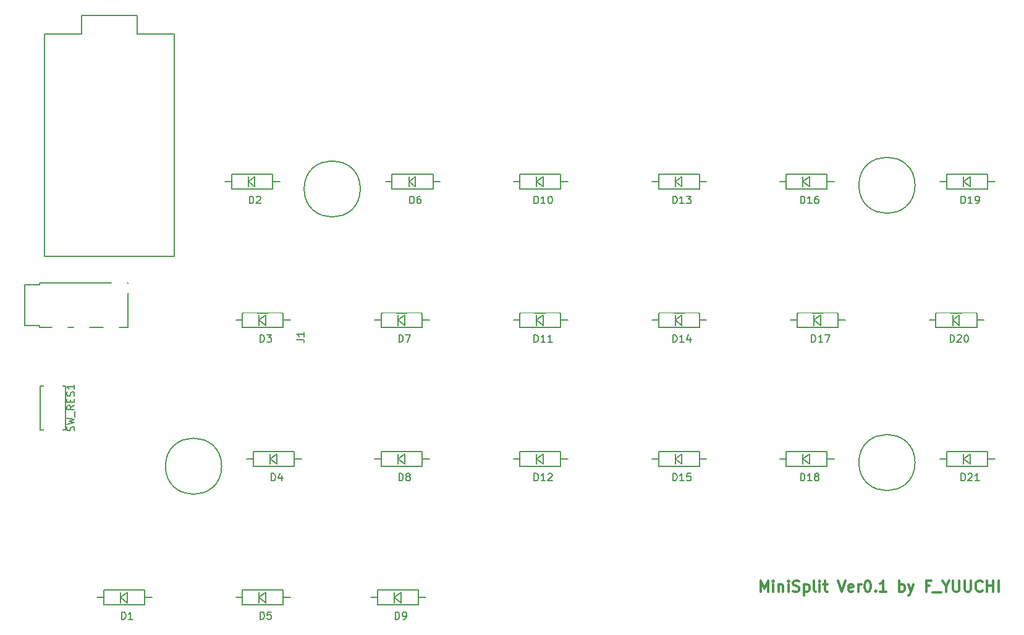
<source format=gto>
G04 #@! TF.FileFunction,Legend,Top*
%FSLAX46Y46*%
G04 Gerber Fmt 4.6, Leading zero omitted, Abs format (unit mm)*
G04 Created by KiCad (PCBNEW 4.0.7) date *
%MOMM*%
%LPD*%
G01*
G04 APERTURE LIST*
%ADD10C,0.150000*%
%ADD11C,0.300000*%
%ADD12C,7.400000*%
%ADD13C,2.398980*%
%ADD14R,2.398980X2.398980*%
%ADD15R,1.924000X1.924000*%
%ADD16O,2.900000X1.924000*%
%ADD17C,1.924000*%
%ADD18C,3.200000*%
%ADD19C,4.387810*%
%ADD20C,2.101810*%
%ADD21O,2.900000X2.200000*%
%ADD22R,2.000000X2.000000*%
%ADD23C,2.000000*%
G04 APERTURE END LIST*
D10*
D11*
X199214286Y-127178571D02*
X199214286Y-125678571D01*
X199714286Y-126750000D01*
X200214286Y-125678571D01*
X200214286Y-127178571D01*
X200928572Y-127178571D02*
X200928572Y-126178571D01*
X200928572Y-125678571D02*
X200857143Y-125750000D01*
X200928572Y-125821429D01*
X201000000Y-125750000D01*
X200928572Y-125678571D01*
X200928572Y-125821429D01*
X201642858Y-126178571D02*
X201642858Y-127178571D01*
X201642858Y-126321429D02*
X201714286Y-126250000D01*
X201857144Y-126178571D01*
X202071429Y-126178571D01*
X202214286Y-126250000D01*
X202285715Y-126392857D01*
X202285715Y-127178571D01*
X203000001Y-127178571D02*
X203000001Y-126178571D01*
X203000001Y-125678571D02*
X202928572Y-125750000D01*
X203000001Y-125821429D01*
X203071429Y-125750000D01*
X203000001Y-125678571D01*
X203000001Y-125821429D01*
X203642858Y-127107143D02*
X203857144Y-127178571D01*
X204214287Y-127178571D01*
X204357144Y-127107143D01*
X204428573Y-127035714D01*
X204500001Y-126892857D01*
X204500001Y-126750000D01*
X204428573Y-126607143D01*
X204357144Y-126535714D01*
X204214287Y-126464286D01*
X203928573Y-126392857D01*
X203785715Y-126321429D01*
X203714287Y-126250000D01*
X203642858Y-126107143D01*
X203642858Y-125964286D01*
X203714287Y-125821429D01*
X203785715Y-125750000D01*
X203928573Y-125678571D01*
X204285715Y-125678571D01*
X204500001Y-125750000D01*
X205142858Y-126178571D02*
X205142858Y-127678571D01*
X205142858Y-126250000D02*
X205285715Y-126178571D01*
X205571429Y-126178571D01*
X205714286Y-126250000D01*
X205785715Y-126321429D01*
X205857144Y-126464286D01*
X205857144Y-126892857D01*
X205785715Y-127035714D01*
X205714286Y-127107143D01*
X205571429Y-127178571D01*
X205285715Y-127178571D01*
X205142858Y-127107143D01*
X206714287Y-127178571D02*
X206571429Y-127107143D01*
X206500001Y-126964286D01*
X206500001Y-125678571D01*
X207285715Y-127178571D02*
X207285715Y-126178571D01*
X207285715Y-125678571D02*
X207214286Y-125750000D01*
X207285715Y-125821429D01*
X207357143Y-125750000D01*
X207285715Y-125678571D01*
X207285715Y-125821429D01*
X207785715Y-126178571D02*
X208357144Y-126178571D01*
X208000001Y-125678571D02*
X208000001Y-126964286D01*
X208071429Y-127107143D01*
X208214287Y-127178571D01*
X208357144Y-127178571D01*
X209785715Y-125678571D02*
X210285715Y-127178571D01*
X210785715Y-125678571D01*
X211857143Y-127107143D02*
X211714286Y-127178571D01*
X211428572Y-127178571D01*
X211285715Y-127107143D01*
X211214286Y-126964286D01*
X211214286Y-126392857D01*
X211285715Y-126250000D01*
X211428572Y-126178571D01*
X211714286Y-126178571D01*
X211857143Y-126250000D01*
X211928572Y-126392857D01*
X211928572Y-126535714D01*
X211214286Y-126678571D01*
X212571429Y-127178571D02*
X212571429Y-126178571D01*
X212571429Y-126464286D02*
X212642857Y-126321429D01*
X212714286Y-126250000D01*
X212857143Y-126178571D01*
X213000000Y-126178571D01*
X213785714Y-125678571D02*
X213928571Y-125678571D01*
X214071428Y-125750000D01*
X214142857Y-125821429D01*
X214214286Y-125964286D01*
X214285714Y-126250000D01*
X214285714Y-126607143D01*
X214214286Y-126892857D01*
X214142857Y-127035714D01*
X214071428Y-127107143D01*
X213928571Y-127178571D01*
X213785714Y-127178571D01*
X213642857Y-127107143D01*
X213571428Y-127035714D01*
X213500000Y-126892857D01*
X213428571Y-126607143D01*
X213428571Y-126250000D01*
X213500000Y-125964286D01*
X213571428Y-125821429D01*
X213642857Y-125750000D01*
X213785714Y-125678571D01*
X214928571Y-127035714D02*
X214999999Y-127107143D01*
X214928571Y-127178571D01*
X214857142Y-127107143D01*
X214928571Y-127035714D01*
X214928571Y-127178571D01*
X216428571Y-127178571D02*
X215571428Y-127178571D01*
X216000000Y-127178571D02*
X216000000Y-125678571D01*
X215857143Y-125892857D01*
X215714285Y-126035714D01*
X215571428Y-126107143D01*
X218214285Y-127178571D02*
X218214285Y-125678571D01*
X218214285Y-126250000D02*
X218357142Y-126178571D01*
X218642856Y-126178571D01*
X218785713Y-126250000D01*
X218857142Y-126321429D01*
X218928571Y-126464286D01*
X218928571Y-126892857D01*
X218857142Y-127035714D01*
X218785713Y-127107143D01*
X218642856Y-127178571D01*
X218357142Y-127178571D01*
X218214285Y-127107143D01*
X219428571Y-126178571D02*
X219785714Y-127178571D01*
X220142856Y-126178571D02*
X219785714Y-127178571D01*
X219642856Y-127535714D01*
X219571428Y-127607143D01*
X219428571Y-127678571D01*
X222357142Y-126392857D02*
X221857142Y-126392857D01*
X221857142Y-127178571D02*
X221857142Y-125678571D01*
X222571428Y-125678571D01*
X222785713Y-127321429D02*
X223928570Y-127321429D01*
X224571427Y-126464286D02*
X224571427Y-127178571D01*
X224071427Y-125678571D02*
X224571427Y-126464286D01*
X225071427Y-125678571D01*
X225571427Y-125678571D02*
X225571427Y-126892857D01*
X225642855Y-127035714D01*
X225714284Y-127107143D01*
X225857141Y-127178571D01*
X226142855Y-127178571D01*
X226285713Y-127107143D01*
X226357141Y-127035714D01*
X226428570Y-126892857D01*
X226428570Y-125678571D01*
X227142856Y-125678571D02*
X227142856Y-126892857D01*
X227214284Y-127035714D01*
X227285713Y-127107143D01*
X227428570Y-127178571D01*
X227714284Y-127178571D01*
X227857142Y-127107143D01*
X227928570Y-127035714D01*
X227999999Y-126892857D01*
X227999999Y-125678571D01*
X229571428Y-127035714D02*
X229499999Y-127107143D01*
X229285713Y-127178571D01*
X229142856Y-127178571D01*
X228928571Y-127107143D01*
X228785713Y-126964286D01*
X228714285Y-126821429D01*
X228642856Y-126535714D01*
X228642856Y-126321429D01*
X228714285Y-126035714D01*
X228785713Y-125892857D01*
X228928571Y-125750000D01*
X229142856Y-125678571D01*
X229285713Y-125678571D01*
X229499999Y-125750000D01*
X229571428Y-125821429D01*
X230214285Y-127178571D02*
X230214285Y-125678571D01*
X230214285Y-126392857D02*
X231071428Y-126392857D01*
X231071428Y-127178571D02*
X231071428Y-125678571D01*
X231785714Y-127178571D02*
X231785714Y-125678571D01*
D10*
X220346882Y-109500000D02*
G75*
G03X220346882Y-109500000I-3846882J0D01*
G01*
X144346882Y-72000000D02*
G75*
G03X144346882Y-72000000I-3846882J0D01*
G01*
X220346882Y-71500000D02*
G75*
G03X220346882Y-71500000I-3846882J0D01*
G01*
X125346882Y-110000000D02*
G75*
G03X125346882Y-110000000I-3846882J0D01*
G01*
X111500000Y-127300000D02*
X111500000Y-128700000D01*
X111500000Y-128000000D02*
X112400000Y-127300000D01*
X112400000Y-128700000D02*
X111500000Y-128000000D01*
X112400000Y-127300000D02*
X112400000Y-128700000D01*
X108300000Y-128000000D02*
X109200000Y-128000000D01*
X114800000Y-128000000D02*
X115800000Y-128000000D01*
X114800000Y-129000000D02*
X109200000Y-129000000D01*
X114800000Y-127000000D02*
X114800000Y-129000000D01*
X109200000Y-127000000D02*
X114800000Y-127000000D01*
X109200000Y-129000000D02*
X109200000Y-127000000D01*
X129000000Y-70300000D02*
X129000000Y-71700000D01*
X129000000Y-71000000D02*
X129900000Y-70300000D01*
X129900000Y-71700000D02*
X129000000Y-71000000D01*
X129900000Y-70300000D02*
X129900000Y-71700000D01*
X125800000Y-71000000D02*
X126700000Y-71000000D01*
X132300000Y-71000000D02*
X133300000Y-71000000D01*
X132300000Y-72000000D02*
X126700000Y-72000000D01*
X132300000Y-70000000D02*
X132300000Y-72000000D01*
X126700000Y-70000000D02*
X132300000Y-70000000D01*
X126700000Y-72000000D02*
X126700000Y-70000000D01*
X130500000Y-89300000D02*
X130500000Y-90700000D01*
X130500000Y-90000000D02*
X131400000Y-89300000D01*
X131400000Y-90700000D02*
X130500000Y-90000000D01*
X131400000Y-89300000D02*
X131400000Y-90700000D01*
X127300000Y-90000000D02*
X128200000Y-90000000D01*
X133800000Y-90000000D02*
X134800000Y-90000000D01*
X133800000Y-91000000D02*
X128200000Y-91000000D01*
X133800000Y-89000000D02*
X133800000Y-91000000D01*
X128200000Y-89000000D02*
X133800000Y-89000000D01*
X128200000Y-91000000D02*
X128200000Y-89000000D01*
X132000000Y-108300000D02*
X132000000Y-109700000D01*
X132000000Y-109000000D02*
X132900000Y-108300000D01*
X132900000Y-109700000D02*
X132000000Y-109000000D01*
X132900000Y-108300000D02*
X132900000Y-109700000D01*
X128800000Y-109000000D02*
X129700000Y-109000000D01*
X135300000Y-109000000D02*
X136300000Y-109000000D01*
X135300000Y-110000000D02*
X129700000Y-110000000D01*
X135300000Y-108000000D02*
X135300000Y-110000000D01*
X129700000Y-108000000D02*
X135300000Y-108000000D01*
X129700000Y-110000000D02*
X129700000Y-108000000D01*
X130500000Y-127300000D02*
X130500000Y-128700000D01*
X130500000Y-128000000D02*
X131400000Y-127300000D01*
X131400000Y-128700000D02*
X130500000Y-128000000D01*
X131400000Y-127300000D02*
X131400000Y-128700000D01*
X127300000Y-128000000D02*
X128200000Y-128000000D01*
X133800000Y-128000000D02*
X134800000Y-128000000D01*
X133800000Y-129000000D02*
X128200000Y-129000000D01*
X133800000Y-127000000D02*
X133800000Y-129000000D01*
X128200000Y-127000000D02*
X133800000Y-127000000D01*
X128200000Y-129000000D02*
X128200000Y-127000000D01*
X151000000Y-70300000D02*
X151000000Y-71700000D01*
X151000000Y-71000000D02*
X151900000Y-70300000D01*
X151900000Y-71700000D02*
X151000000Y-71000000D01*
X151900000Y-70300000D02*
X151900000Y-71700000D01*
X147800000Y-71000000D02*
X148700000Y-71000000D01*
X154300000Y-71000000D02*
X155300000Y-71000000D01*
X154300000Y-72000000D02*
X148700000Y-72000000D01*
X154300000Y-70000000D02*
X154300000Y-72000000D01*
X148700000Y-70000000D02*
X154300000Y-70000000D01*
X148700000Y-72000000D02*
X148700000Y-70000000D01*
X149500000Y-89300000D02*
X149500000Y-90700000D01*
X149500000Y-90000000D02*
X150400000Y-89300000D01*
X150400000Y-90700000D02*
X149500000Y-90000000D01*
X150400000Y-89300000D02*
X150400000Y-90700000D01*
X146300000Y-90000000D02*
X147200000Y-90000000D01*
X152800000Y-90000000D02*
X153800000Y-90000000D01*
X152800000Y-91000000D02*
X147200000Y-91000000D01*
X152800000Y-89000000D02*
X152800000Y-91000000D01*
X147200000Y-89000000D02*
X152800000Y-89000000D01*
X147200000Y-91000000D02*
X147200000Y-89000000D01*
X149500000Y-108300000D02*
X149500000Y-109700000D01*
X149500000Y-109000000D02*
X150400000Y-108300000D01*
X150400000Y-109700000D02*
X149500000Y-109000000D01*
X150400000Y-108300000D02*
X150400000Y-109700000D01*
X146300000Y-109000000D02*
X147200000Y-109000000D01*
X152800000Y-109000000D02*
X153800000Y-109000000D01*
X152800000Y-110000000D02*
X147200000Y-110000000D01*
X152800000Y-108000000D02*
X152800000Y-110000000D01*
X147200000Y-108000000D02*
X152800000Y-108000000D01*
X147200000Y-110000000D02*
X147200000Y-108000000D01*
X149000000Y-127300000D02*
X149000000Y-128700000D01*
X149000000Y-128000000D02*
X149900000Y-127300000D01*
X149900000Y-128700000D02*
X149000000Y-128000000D01*
X149900000Y-127300000D02*
X149900000Y-128700000D01*
X145800000Y-128000000D02*
X146700000Y-128000000D01*
X152300000Y-128000000D02*
X153300000Y-128000000D01*
X152300000Y-129000000D02*
X146700000Y-129000000D01*
X152300000Y-127000000D02*
X152300000Y-129000000D01*
X146700000Y-127000000D02*
X152300000Y-127000000D01*
X146700000Y-129000000D02*
X146700000Y-127000000D01*
X168500000Y-70300000D02*
X168500000Y-71700000D01*
X168500000Y-71000000D02*
X169400000Y-70300000D01*
X169400000Y-71700000D02*
X168500000Y-71000000D01*
X169400000Y-70300000D02*
X169400000Y-71700000D01*
X165300000Y-71000000D02*
X166200000Y-71000000D01*
X171800000Y-71000000D02*
X172800000Y-71000000D01*
X171800000Y-72000000D02*
X166200000Y-72000000D01*
X171800000Y-70000000D02*
X171800000Y-72000000D01*
X166200000Y-70000000D02*
X171800000Y-70000000D01*
X166200000Y-72000000D02*
X166200000Y-70000000D01*
X168500000Y-89300000D02*
X168500000Y-90700000D01*
X168500000Y-90000000D02*
X169400000Y-89300000D01*
X169400000Y-90700000D02*
X168500000Y-90000000D01*
X169400000Y-89300000D02*
X169400000Y-90700000D01*
X165300000Y-90000000D02*
X166200000Y-90000000D01*
X171800000Y-90000000D02*
X172800000Y-90000000D01*
X171800000Y-91000000D02*
X166200000Y-91000000D01*
X171800000Y-89000000D02*
X171800000Y-91000000D01*
X166200000Y-89000000D02*
X171800000Y-89000000D01*
X166200000Y-91000000D02*
X166200000Y-89000000D01*
X168500000Y-108300000D02*
X168500000Y-109700000D01*
X168500000Y-109000000D02*
X169400000Y-108300000D01*
X169400000Y-109700000D02*
X168500000Y-109000000D01*
X169400000Y-108300000D02*
X169400000Y-109700000D01*
X165300000Y-109000000D02*
X166200000Y-109000000D01*
X171800000Y-109000000D02*
X172800000Y-109000000D01*
X171800000Y-110000000D02*
X166200000Y-110000000D01*
X171800000Y-108000000D02*
X171800000Y-110000000D01*
X166200000Y-108000000D02*
X171800000Y-108000000D01*
X166200000Y-110000000D02*
X166200000Y-108000000D01*
X187500000Y-70300000D02*
X187500000Y-71700000D01*
X187500000Y-71000000D02*
X188400000Y-70300000D01*
X188400000Y-71700000D02*
X187500000Y-71000000D01*
X188400000Y-70300000D02*
X188400000Y-71700000D01*
X184300000Y-71000000D02*
X185200000Y-71000000D01*
X190800000Y-71000000D02*
X191800000Y-71000000D01*
X190800000Y-72000000D02*
X185200000Y-72000000D01*
X190800000Y-70000000D02*
X190800000Y-72000000D01*
X185200000Y-70000000D02*
X190800000Y-70000000D01*
X185200000Y-72000000D02*
X185200000Y-70000000D01*
X187500000Y-89300000D02*
X187500000Y-90700000D01*
X187500000Y-90000000D02*
X188400000Y-89300000D01*
X188400000Y-90700000D02*
X187500000Y-90000000D01*
X188400000Y-89300000D02*
X188400000Y-90700000D01*
X184300000Y-90000000D02*
X185200000Y-90000000D01*
X190800000Y-90000000D02*
X191800000Y-90000000D01*
X190800000Y-91000000D02*
X185200000Y-91000000D01*
X190800000Y-89000000D02*
X190800000Y-91000000D01*
X185200000Y-89000000D02*
X190800000Y-89000000D01*
X185200000Y-91000000D02*
X185200000Y-89000000D01*
X187500000Y-108300000D02*
X187500000Y-109700000D01*
X187500000Y-109000000D02*
X188400000Y-108300000D01*
X188400000Y-109700000D02*
X187500000Y-109000000D01*
X188400000Y-108300000D02*
X188400000Y-109700000D01*
X184300000Y-109000000D02*
X185200000Y-109000000D01*
X190800000Y-109000000D02*
X191800000Y-109000000D01*
X190800000Y-110000000D02*
X185200000Y-110000000D01*
X190800000Y-108000000D02*
X190800000Y-110000000D01*
X185200000Y-108000000D02*
X190800000Y-108000000D01*
X185200000Y-110000000D02*
X185200000Y-108000000D01*
X205000000Y-70300000D02*
X205000000Y-71700000D01*
X205000000Y-71000000D02*
X205900000Y-70300000D01*
X205900000Y-71700000D02*
X205000000Y-71000000D01*
X205900000Y-70300000D02*
X205900000Y-71700000D01*
X201800000Y-71000000D02*
X202700000Y-71000000D01*
X208300000Y-71000000D02*
X209300000Y-71000000D01*
X208300000Y-72000000D02*
X202700000Y-72000000D01*
X208300000Y-70000000D02*
X208300000Y-72000000D01*
X202700000Y-70000000D02*
X208300000Y-70000000D01*
X202700000Y-72000000D02*
X202700000Y-70000000D01*
X206500000Y-89300000D02*
X206500000Y-90700000D01*
X206500000Y-90000000D02*
X207400000Y-89300000D01*
X207400000Y-90700000D02*
X206500000Y-90000000D01*
X207400000Y-89300000D02*
X207400000Y-90700000D01*
X203300000Y-90000000D02*
X204200000Y-90000000D01*
X209800000Y-90000000D02*
X210800000Y-90000000D01*
X209800000Y-91000000D02*
X204200000Y-91000000D01*
X209800000Y-89000000D02*
X209800000Y-91000000D01*
X204200000Y-89000000D02*
X209800000Y-89000000D01*
X204200000Y-91000000D02*
X204200000Y-89000000D01*
X205000000Y-108300000D02*
X205000000Y-109700000D01*
X205000000Y-109000000D02*
X205900000Y-108300000D01*
X205900000Y-109700000D02*
X205000000Y-109000000D01*
X205900000Y-108300000D02*
X205900000Y-109700000D01*
X201800000Y-109000000D02*
X202700000Y-109000000D01*
X208300000Y-109000000D02*
X209300000Y-109000000D01*
X208300000Y-110000000D02*
X202700000Y-110000000D01*
X208300000Y-108000000D02*
X208300000Y-110000000D01*
X202700000Y-108000000D02*
X208300000Y-108000000D01*
X202700000Y-110000000D02*
X202700000Y-108000000D01*
X227000000Y-70300000D02*
X227000000Y-71700000D01*
X227000000Y-71000000D02*
X227900000Y-70300000D01*
X227900000Y-71700000D02*
X227000000Y-71000000D01*
X227900000Y-70300000D02*
X227900000Y-71700000D01*
X223800000Y-71000000D02*
X224700000Y-71000000D01*
X230300000Y-71000000D02*
X231300000Y-71000000D01*
X230300000Y-72000000D02*
X224700000Y-72000000D01*
X230300000Y-70000000D02*
X230300000Y-72000000D01*
X224700000Y-70000000D02*
X230300000Y-70000000D01*
X224700000Y-72000000D02*
X224700000Y-70000000D01*
X225500000Y-89300000D02*
X225500000Y-90700000D01*
X225500000Y-90000000D02*
X226400000Y-89300000D01*
X226400000Y-90700000D02*
X225500000Y-90000000D01*
X226400000Y-89300000D02*
X226400000Y-90700000D01*
X222300000Y-90000000D02*
X223200000Y-90000000D01*
X228800000Y-90000000D02*
X229800000Y-90000000D01*
X228800000Y-91000000D02*
X223200000Y-91000000D01*
X228800000Y-89000000D02*
X228800000Y-91000000D01*
X223200000Y-89000000D02*
X228800000Y-89000000D01*
X223200000Y-91000000D02*
X223200000Y-89000000D01*
X227000000Y-108300000D02*
X227000000Y-109700000D01*
X227000000Y-109000000D02*
X227900000Y-108300000D01*
X227900000Y-109700000D02*
X227000000Y-109000000D01*
X227900000Y-108300000D02*
X227900000Y-109700000D01*
X223800000Y-109000000D02*
X224700000Y-109000000D01*
X230300000Y-109000000D02*
X231300000Y-109000000D01*
X230300000Y-110000000D02*
X224700000Y-110000000D01*
X230300000Y-108000000D02*
X230300000Y-110000000D01*
X224700000Y-108000000D02*
X230300000Y-108000000D01*
X224700000Y-110000000D02*
X224700000Y-108000000D01*
X100400000Y-90750000D02*
X98400000Y-90750000D01*
X100400000Y-91000000D02*
X100400000Y-90750000D01*
X112500000Y-91000000D02*
X100400000Y-91000000D01*
X98400000Y-85200000D02*
X98400000Y-90750000D01*
X100400000Y-85150000D02*
X98400000Y-85150000D01*
X100400000Y-84900000D02*
X100400000Y-85150000D01*
X112500000Y-84900000D02*
X100400000Y-84900000D01*
X112500000Y-91000000D02*
X112500000Y-84900000D01*
X100500000Y-105000000D02*
X104000000Y-105000000D01*
X100500000Y-99000000D02*
X100500000Y-105000000D01*
X104000000Y-99000000D02*
X100500000Y-99000000D01*
X104000000Y-105000000D02*
X104000000Y-99000000D01*
X101110000Y-50760000D02*
X101110000Y-81240000D01*
X101110000Y-50760000D02*
X106190000Y-50760000D01*
X106190000Y-50760000D02*
X106190000Y-48220000D01*
X106190000Y-48220000D02*
X113810000Y-48220000D01*
X113810000Y-48220000D02*
X113810000Y-50760000D01*
X113810000Y-50760000D02*
X118890000Y-50760000D01*
X118890000Y-50760000D02*
X118890000Y-81240000D01*
X118890000Y-81240000D02*
X101110000Y-81240000D01*
X215738095Y-106952381D02*
X215738095Y-107761905D01*
X215785714Y-107857143D01*
X215833333Y-107904762D01*
X215928571Y-107952381D01*
X216119048Y-107952381D01*
X216214286Y-107904762D01*
X216261905Y-107857143D01*
X216309524Y-107761905D01*
X216309524Y-106952381D01*
X217214286Y-107285714D02*
X217214286Y-107952381D01*
X216976190Y-106904762D02*
X216738095Y-107619048D01*
X217357143Y-107619048D01*
X139738095Y-69452381D02*
X139738095Y-70261905D01*
X139785714Y-70357143D01*
X139833333Y-70404762D01*
X139928571Y-70452381D01*
X140119048Y-70452381D01*
X140214286Y-70404762D01*
X140261905Y-70357143D01*
X140309524Y-70261905D01*
X140309524Y-69452381D01*
X140690476Y-69452381D02*
X141309524Y-69452381D01*
X140976190Y-69833333D01*
X141119048Y-69833333D01*
X141214286Y-69880952D01*
X141261905Y-69928571D01*
X141309524Y-70023810D01*
X141309524Y-70261905D01*
X141261905Y-70357143D01*
X141214286Y-70404762D01*
X141119048Y-70452381D01*
X140833333Y-70452381D01*
X140738095Y-70404762D01*
X140690476Y-70357143D01*
X215738095Y-68952381D02*
X215738095Y-69761905D01*
X215785714Y-69857143D01*
X215833333Y-69904762D01*
X215928571Y-69952381D01*
X216119048Y-69952381D01*
X216214286Y-69904762D01*
X216261905Y-69857143D01*
X216309524Y-69761905D01*
X216309524Y-68952381D01*
X216738095Y-69047619D02*
X216785714Y-69000000D01*
X216880952Y-68952381D01*
X217119048Y-68952381D01*
X217214286Y-69000000D01*
X217261905Y-69047619D01*
X217309524Y-69142857D01*
X217309524Y-69238095D01*
X217261905Y-69380952D01*
X216690476Y-69952381D01*
X217309524Y-69952381D01*
X120738095Y-107452381D02*
X120738095Y-108261905D01*
X120785714Y-108357143D01*
X120833333Y-108404762D01*
X120928571Y-108452381D01*
X121119048Y-108452381D01*
X121214286Y-108404762D01*
X121261905Y-108357143D01*
X121309524Y-108261905D01*
X121309524Y-107452381D01*
X122309524Y-108452381D02*
X121738095Y-108452381D01*
X122023809Y-108452381D02*
X122023809Y-107452381D01*
X121928571Y-107595238D01*
X121833333Y-107690476D01*
X121738095Y-107738095D01*
X111649245Y-130989841D02*
X111649245Y-129989841D01*
X111887340Y-129989841D01*
X112030198Y-130037460D01*
X112125436Y-130132698D01*
X112173055Y-130227936D01*
X112220674Y-130418412D01*
X112220674Y-130561270D01*
X112173055Y-130751746D01*
X112125436Y-130846984D01*
X112030198Y-130942222D01*
X111887340Y-130989841D01*
X111649245Y-130989841D01*
X113173055Y-130989841D02*
X112601626Y-130989841D01*
X112887340Y-130989841D02*
X112887340Y-129989841D01*
X112792102Y-130132698D01*
X112696864Y-130227936D01*
X112601626Y-130275555D01*
X129149245Y-73989841D02*
X129149245Y-72989841D01*
X129387340Y-72989841D01*
X129530198Y-73037460D01*
X129625436Y-73132698D01*
X129673055Y-73227936D01*
X129720674Y-73418412D01*
X129720674Y-73561270D01*
X129673055Y-73751746D01*
X129625436Y-73846984D01*
X129530198Y-73942222D01*
X129387340Y-73989841D01*
X129149245Y-73989841D01*
X130101626Y-73085079D02*
X130149245Y-73037460D01*
X130244483Y-72989841D01*
X130482579Y-72989841D01*
X130577817Y-73037460D01*
X130625436Y-73085079D01*
X130673055Y-73180317D01*
X130673055Y-73275555D01*
X130625436Y-73418412D01*
X130054007Y-73989841D01*
X130673055Y-73989841D01*
X130649245Y-92989841D02*
X130649245Y-91989841D01*
X130887340Y-91989841D01*
X131030198Y-92037460D01*
X131125436Y-92132698D01*
X131173055Y-92227936D01*
X131220674Y-92418412D01*
X131220674Y-92561270D01*
X131173055Y-92751746D01*
X131125436Y-92846984D01*
X131030198Y-92942222D01*
X130887340Y-92989841D01*
X130649245Y-92989841D01*
X131554007Y-91989841D02*
X132173055Y-91989841D01*
X131839721Y-92370793D01*
X131982579Y-92370793D01*
X132077817Y-92418412D01*
X132125436Y-92466031D01*
X132173055Y-92561270D01*
X132173055Y-92799365D01*
X132125436Y-92894603D01*
X132077817Y-92942222D01*
X131982579Y-92989841D01*
X131696864Y-92989841D01*
X131601626Y-92942222D01*
X131554007Y-92894603D01*
X132149245Y-111989841D02*
X132149245Y-110989841D01*
X132387340Y-110989841D01*
X132530198Y-111037460D01*
X132625436Y-111132698D01*
X132673055Y-111227936D01*
X132720674Y-111418412D01*
X132720674Y-111561270D01*
X132673055Y-111751746D01*
X132625436Y-111846984D01*
X132530198Y-111942222D01*
X132387340Y-111989841D01*
X132149245Y-111989841D01*
X133577817Y-111323174D02*
X133577817Y-111989841D01*
X133339721Y-110942222D02*
X133101626Y-111656508D01*
X133720674Y-111656508D01*
X130649245Y-130989841D02*
X130649245Y-129989841D01*
X130887340Y-129989841D01*
X131030198Y-130037460D01*
X131125436Y-130132698D01*
X131173055Y-130227936D01*
X131220674Y-130418412D01*
X131220674Y-130561270D01*
X131173055Y-130751746D01*
X131125436Y-130846984D01*
X131030198Y-130942222D01*
X130887340Y-130989841D01*
X130649245Y-130989841D01*
X132125436Y-129989841D02*
X131649245Y-129989841D01*
X131601626Y-130466031D01*
X131649245Y-130418412D01*
X131744483Y-130370793D01*
X131982579Y-130370793D01*
X132077817Y-130418412D01*
X132125436Y-130466031D01*
X132173055Y-130561270D01*
X132173055Y-130799365D01*
X132125436Y-130894603D01*
X132077817Y-130942222D01*
X131982579Y-130989841D01*
X131744483Y-130989841D01*
X131649245Y-130942222D01*
X131601626Y-130894603D01*
X151149245Y-73989841D02*
X151149245Y-72989841D01*
X151387340Y-72989841D01*
X151530198Y-73037460D01*
X151625436Y-73132698D01*
X151673055Y-73227936D01*
X151720674Y-73418412D01*
X151720674Y-73561270D01*
X151673055Y-73751746D01*
X151625436Y-73846984D01*
X151530198Y-73942222D01*
X151387340Y-73989841D01*
X151149245Y-73989841D01*
X152577817Y-72989841D02*
X152387340Y-72989841D01*
X152292102Y-73037460D01*
X152244483Y-73085079D01*
X152149245Y-73227936D01*
X152101626Y-73418412D01*
X152101626Y-73799365D01*
X152149245Y-73894603D01*
X152196864Y-73942222D01*
X152292102Y-73989841D01*
X152482579Y-73989841D01*
X152577817Y-73942222D01*
X152625436Y-73894603D01*
X152673055Y-73799365D01*
X152673055Y-73561270D01*
X152625436Y-73466031D01*
X152577817Y-73418412D01*
X152482579Y-73370793D01*
X152292102Y-73370793D01*
X152196864Y-73418412D01*
X152149245Y-73466031D01*
X152101626Y-73561270D01*
X149649245Y-92989841D02*
X149649245Y-91989841D01*
X149887340Y-91989841D01*
X150030198Y-92037460D01*
X150125436Y-92132698D01*
X150173055Y-92227936D01*
X150220674Y-92418412D01*
X150220674Y-92561270D01*
X150173055Y-92751746D01*
X150125436Y-92846984D01*
X150030198Y-92942222D01*
X149887340Y-92989841D01*
X149649245Y-92989841D01*
X150554007Y-91989841D02*
X151220674Y-91989841D01*
X150792102Y-92989841D01*
X149649245Y-111989841D02*
X149649245Y-110989841D01*
X149887340Y-110989841D01*
X150030198Y-111037460D01*
X150125436Y-111132698D01*
X150173055Y-111227936D01*
X150220674Y-111418412D01*
X150220674Y-111561270D01*
X150173055Y-111751746D01*
X150125436Y-111846984D01*
X150030198Y-111942222D01*
X149887340Y-111989841D01*
X149649245Y-111989841D01*
X150792102Y-111418412D02*
X150696864Y-111370793D01*
X150649245Y-111323174D01*
X150601626Y-111227936D01*
X150601626Y-111180317D01*
X150649245Y-111085079D01*
X150696864Y-111037460D01*
X150792102Y-110989841D01*
X150982579Y-110989841D01*
X151077817Y-111037460D01*
X151125436Y-111085079D01*
X151173055Y-111180317D01*
X151173055Y-111227936D01*
X151125436Y-111323174D01*
X151077817Y-111370793D01*
X150982579Y-111418412D01*
X150792102Y-111418412D01*
X150696864Y-111466031D01*
X150649245Y-111513650D01*
X150601626Y-111608889D01*
X150601626Y-111799365D01*
X150649245Y-111894603D01*
X150696864Y-111942222D01*
X150792102Y-111989841D01*
X150982579Y-111989841D01*
X151077817Y-111942222D01*
X151125436Y-111894603D01*
X151173055Y-111799365D01*
X151173055Y-111608889D01*
X151125436Y-111513650D01*
X151077817Y-111466031D01*
X150982579Y-111418412D01*
X149149245Y-130989841D02*
X149149245Y-129989841D01*
X149387340Y-129989841D01*
X149530198Y-130037460D01*
X149625436Y-130132698D01*
X149673055Y-130227936D01*
X149720674Y-130418412D01*
X149720674Y-130561270D01*
X149673055Y-130751746D01*
X149625436Y-130846984D01*
X149530198Y-130942222D01*
X149387340Y-130989841D01*
X149149245Y-130989841D01*
X150196864Y-130989841D02*
X150387340Y-130989841D01*
X150482579Y-130942222D01*
X150530198Y-130894603D01*
X150625436Y-130751746D01*
X150673055Y-130561270D01*
X150673055Y-130180317D01*
X150625436Y-130085079D01*
X150577817Y-130037460D01*
X150482579Y-129989841D01*
X150292102Y-129989841D01*
X150196864Y-130037460D01*
X150149245Y-130085079D01*
X150101626Y-130180317D01*
X150101626Y-130418412D01*
X150149245Y-130513650D01*
X150196864Y-130561270D01*
X150292102Y-130608889D01*
X150482579Y-130608889D01*
X150577817Y-130561270D01*
X150625436Y-130513650D01*
X150673055Y-130418412D01*
X168173054Y-73989841D02*
X168173054Y-72989841D01*
X168411149Y-72989841D01*
X168554007Y-73037460D01*
X168649245Y-73132698D01*
X168696864Y-73227936D01*
X168744483Y-73418412D01*
X168744483Y-73561270D01*
X168696864Y-73751746D01*
X168649245Y-73846984D01*
X168554007Y-73942222D01*
X168411149Y-73989841D01*
X168173054Y-73989841D01*
X169696864Y-73989841D02*
X169125435Y-73989841D01*
X169411149Y-73989841D02*
X169411149Y-72989841D01*
X169315911Y-73132698D01*
X169220673Y-73227936D01*
X169125435Y-73275555D01*
X170315911Y-72989841D02*
X170411150Y-72989841D01*
X170506388Y-73037460D01*
X170554007Y-73085079D01*
X170601626Y-73180317D01*
X170649245Y-73370793D01*
X170649245Y-73608889D01*
X170601626Y-73799365D01*
X170554007Y-73894603D01*
X170506388Y-73942222D01*
X170411150Y-73989841D01*
X170315911Y-73989841D01*
X170220673Y-73942222D01*
X170173054Y-73894603D01*
X170125435Y-73799365D01*
X170077816Y-73608889D01*
X170077816Y-73370793D01*
X170125435Y-73180317D01*
X170173054Y-73085079D01*
X170220673Y-73037460D01*
X170315911Y-72989841D01*
X168173054Y-92989841D02*
X168173054Y-91989841D01*
X168411149Y-91989841D01*
X168554007Y-92037460D01*
X168649245Y-92132698D01*
X168696864Y-92227936D01*
X168744483Y-92418412D01*
X168744483Y-92561270D01*
X168696864Y-92751746D01*
X168649245Y-92846984D01*
X168554007Y-92942222D01*
X168411149Y-92989841D01*
X168173054Y-92989841D01*
X169696864Y-92989841D02*
X169125435Y-92989841D01*
X169411149Y-92989841D02*
X169411149Y-91989841D01*
X169315911Y-92132698D01*
X169220673Y-92227936D01*
X169125435Y-92275555D01*
X170649245Y-92989841D02*
X170077816Y-92989841D01*
X170363530Y-92989841D02*
X170363530Y-91989841D01*
X170268292Y-92132698D01*
X170173054Y-92227936D01*
X170077816Y-92275555D01*
X168173054Y-111989841D02*
X168173054Y-110989841D01*
X168411149Y-110989841D01*
X168554007Y-111037460D01*
X168649245Y-111132698D01*
X168696864Y-111227936D01*
X168744483Y-111418412D01*
X168744483Y-111561270D01*
X168696864Y-111751746D01*
X168649245Y-111846984D01*
X168554007Y-111942222D01*
X168411149Y-111989841D01*
X168173054Y-111989841D01*
X169696864Y-111989841D02*
X169125435Y-111989841D01*
X169411149Y-111989841D02*
X169411149Y-110989841D01*
X169315911Y-111132698D01*
X169220673Y-111227936D01*
X169125435Y-111275555D01*
X170077816Y-111085079D02*
X170125435Y-111037460D01*
X170220673Y-110989841D01*
X170458769Y-110989841D01*
X170554007Y-111037460D01*
X170601626Y-111085079D01*
X170649245Y-111180317D01*
X170649245Y-111275555D01*
X170601626Y-111418412D01*
X170030197Y-111989841D01*
X170649245Y-111989841D01*
X187173054Y-73989841D02*
X187173054Y-72989841D01*
X187411149Y-72989841D01*
X187554007Y-73037460D01*
X187649245Y-73132698D01*
X187696864Y-73227936D01*
X187744483Y-73418412D01*
X187744483Y-73561270D01*
X187696864Y-73751746D01*
X187649245Y-73846984D01*
X187554007Y-73942222D01*
X187411149Y-73989841D01*
X187173054Y-73989841D01*
X188696864Y-73989841D02*
X188125435Y-73989841D01*
X188411149Y-73989841D02*
X188411149Y-72989841D01*
X188315911Y-73132698D01*
X188220673Y-73227936D01*
X188125435Y-73275555D01*
X189030197Y-72989841D02*
X189649245Y-72989841D01*
X189315911Y-73370793D01*
X189458769Y-73370793D01*
X189554007Y-73418412D01*
X189601626Y-73466031D01*
X189649245Y-73561270D01*
X189649245Y-73799365D01*
X189601626Y-73894603D01*
X189554007Y-73942222D01*
X189458769Y-73989841D01*
X189173054Y-73989841D01*
X189077816Y-73942222D01*
X189030197Y-73894603D01*
X187173054Y-92989841D02*
X187173054Y-91989841D01*
X187411149Y-91989841D01*
X187554007Y-92037460D01*
X187649245Y-92132698D01*
X187696864Y-92227936D01*
X187744483Y-92418412D01*
X187744483Y-92561270D01*
X187696864Y-92751746D01*
X187649245Y-92846984D01*
X187554007Y-92942222D01*
X187411149Y-92989841D01*
X187173054Y-92989841D01*
X188696864Y-92989841D02*
X188125435Y-92989841D01*
X188411149Y-92989841D02*
X188411149Y-91989841D01*
X188315911Y-92132698D01*
X188220673Y-92227936D01*
X188125435Y-92275555D01*
X189554007Y-92323174D02*
X189554007Y-92989841D01*
X189315911Y-91942222D02*
X189077816Y-92656508D01*
X189696864Y-92656508D01*
X187173054Y-111989841D02*
X187173054Y-110989841D01*
X187411149Y-110989841D01*
X187554007Y-111037460D01*
X187649245Y-111132698D01*
X187696864Y-111227936D01*
X187744483Y-111418412D01*
X187744483Y-111561270D01*
X187696864Y-111751746D01*
X187649245Y-111846984D01*
X187554007Y-111942222D01*
X187411149Y-111989841D01*
X187173054Y-111989841D01*
X188696864Y-111989841D02*
X188125435Y-111989841D01*
X188411149Y-111989841D02*
X188411149Y-110989841D01*
X188315911Y-111132698D01*
X188220673Y-111227936D01*
X188125435Y-111275555D01*
X189601626Y-110989841D02*
X189125435Y-110989841D01*
X189077816Y-111466031D01*
X189125435Y-111418412D01*
X189220673Y-111370793D01*
X189458769Y-111370793D01*
X189554007Y-111418412D01*
X189601626Y-111466031D01*
X189649245Y-111561270D01*
X189649245Y-111799365D01*
X189601626Y-111894603D01*
X189554007Y-111942222D01*
X189458769Y-111989841D01*
X189220673Y-111989841D01*
X189125435Y-111942222D01*
X189077816Y-111894603D01*
X204673054Y-73989841D02*
X204673054Y-72989841D01*
X204911149Y-72989841D01*
X205054007Y-73037460D01*
X205149245Y-73132698D01*
X205196864Y-73227936D01*
X205244483Y-73418412D01*
X205244483Y-73561270D01*
X205196864Y-73751746D01*
X205149245Y-73846984D01*
X205054007Y-73942222D01*
X204911149Y-73989841D01*
X204673054Y-73989841D01*
X206196864Y-73989841D02*
X205625435Y-73989841D01*
X205911149Y-73989841D02*
X205911149Y-72989841D01*
X205815911Y-73132698D01*
X205720673Y-73227936D01*
X205625435Y-73275555D01*
X207054007Y-72989841D02*
X206863530Y-72989841D01*
X206768292Y-73037460D01*
X206720673Y-73085079D01*
X206625435Y-73227936D01*
X206577816Y-73418412D01*
X206577816Y-73799365D01*
X206625435Y-73894603D01*
X206673054Y-73942222D01*
X206768292Y-73989841D01*
X206958769Y-73989841D01*
X207054007Y-73942222D01*
X207101626Y-73894603D01*
X207149245Y-73799365D01*
X207149245Y-73561270D01*
X207101626Y-73466031D01*
X207054007Y-73418412D01*
X206958769Y-73370793D01*
X206768292Y-73370793D01*
X206673054Y-73418412D01*
X206625435Y-73466031D01*
X206577816Y-73561270D01*
X206173054Y-92989841D02*
X206173054Y-91989841D01*
X206411149Y-91989841D01*
X206554007Y-92037460D01*
X206649245Y-92132698D01*
X206696864Y-92227936D01*
X206744483Y-92418412D01*
X206744483Y-92561270D01*
X206696864Y-92751746D01*
X206649245Y-92846984D01*
X206554007Y-92942222D01*
X206411149Y-92989841D01*
X206173054Y-92989841D01*
X207696864Y-92989841D02*
X207125435Y-92989841D01*
X207411149Y-92989841D02*
X207411149Y-91989841D01*
X207315911Y-92132698D01*
X207220673Y-92227936D01*
X207125435Y-92275555D01*
X208030197Y-91989841D02*
X208696864Y-91989841D01*
X208268292Y-92989841D01*
X204673054Y-111989841D02*
X204673054Y-110989841D01*
X204911149Y-110989841D01*
X205054007Y-111037460D01*
X205149245Y-111132698D01*
X205196864Y-111227936D01*
X205244483Y-111418412D01*
X205244483Y-111561270D01*
X205196864Y-111751746D01*
X205149245Y-111846984D01*
X205054007Y-111942222D01*
X204911149Y-111989841D01*
X204673054Y-111989841D01*
X206196864Y-111989841D02*
X205625435Y-111989841D01*
X205911149Y-111989841D02*
X205911149Y-110989841D01*
X205815911Y-111132698D01*
X205720673Y-111227936D01*
X205625435Y-111275555D01*
X206768292Y-111418412D02*
X206673054Y-111370793D01*
X206625435Y-111323174D01*
X206577816Y-111227936D01*
X206577816Y-111180317D01*
X206625435Y-111085079D01*
X206673054Y-111037460D01*
X206768292Y-110989841D01*
X206958769Y-110989841D01*
X207054007Y-111037460D01*
X207101626Y-111085079D01*
X207149245Y-111180317D01*
X207149245Y-111227936D01*
X207101626Y-111323174D01*
X207054007Y-111370793D01*
X206958769Y-111418412D01*
X206768292Y-111418412D01*
X206673054Y-111466031D01*
X206625435Y-111513650D01*
X206577816Y-111608889D01*
X206577816Y-111799365D01*
X206625435Y-111894603D01*
X206673054Y-111942222D01*
X206768292Y-111989841D01*
X206958769Y-111989841D01*
X207054007Y-111942222D01*
X207101626Y-111894603D01*
X207149245Y-111799365D01*
X207149245Y-111608889D01*
X207101626Y-111513650D01*
X207054007Y-111466031D01*
X206958769Y-111418412D01*
X226673054Y-73989841D02*
X226673054Y-72989841D01*
X226911149Y-72989841D01*
X227054007Y-73037460D01*
X227149245Y-73132698D01*
X227196864Y-73227936D01*
X227244483Y-73418412D01*
X227244483Y-73561270D01*
X227196864Y-73751746D01*
X227149245Y-73846984D01*
X227054007Y-73942222D01*
X226911149Y-73989841D01*
X226673054Y-73989841D01*
X228196864Y-73989841D02*
X227625435Y-73989841D01*
X227911149Y-73989841D02*
X227911149Y-72989841D01*
X227815911Y-73132698D01*
X227720673Y-73227936D01*
X227625435Y-73275555D01*
X228673054Y-73989841D02*
X228863530Y-73989841D01*
X228958769Y-73942222D01*
X229006388Y-73894603D01*
X229101626Y-73751746D01*
X229149245Y-73561270D01*
X229149245Y-73180317D01*
X229101626Y-73085079D01*
X229054007Y-73037460D01*
X228958769Y-72989841D01*
X228768292Y-72989841D01*
X228673054Y-73037460D01*
X228625435Y-73085079D01*
X228577816Y-73180317D01*
X228577816Y-73418412D01*
X228625435Y-73513650D01*
X228673054Y-73561270D01*
X228768292Y-73608889D01*
X228958769Y-73608889D01*
X229054007Y-73561270D01*
X229101626Y-73513650D01*
X229149245Y-73418412D01*
X225173054Y-92989841D02*
X225173054Y-91989841D01*
X225411149Y-91989841D01*
X225554007Y-92037460D01*
X225649245Y-92132698D01*
X225696864Y-92227936D01*
X225744483Y-92418412D01*
X225744483Y-92561270D01*
X225696864Y-92751746D01*
X225649245Y-92846984D01*
X225554007Y-92942222D01*
X225411149Y-92989841D01*
X225173054Y-92989841D01*
X226125435Y-92085079D02*
X226173054Y-92037460D01*
X226268292Y-91989841D01*
X226506388Y-91989841D01*
X226601626Y-92037460D01*
X226649245Y-92085079D01*
X226696864Y-92180317D01*
X226696864Y-92275555D01*
X226649245Y-92418412D01*
X226077816Y-92989841D01*
X226696864Y-92989841D01*
X227315911Y-91989841D02*
X227411150Y-91989841D01*
X227506388Y-92037460D01*
X227554007Y-92085079D01*
X227601626Y-92180317D01*
X227649245Y-92370793D01*
X227649245Y-92608889D01*
X227601626Y-92799365D01*
X227554007Y-92894603D01*
X227506388Y-92942222D01*
X227411150Y-92989841D01*
X227315911Y-92989841D01*
X227220673Y-92942222D01*
X227173054Y-92894603D01*
X227125435Y-92799365D01*
X227077816Y-92608889D01*
X227077816Y-92370793D01*
X227125435Y-92180317D01*
X227173054Y-92085079D01*
X227220673Y-92037460D01*
X227315911Y-91989841D01*
X226673054Y-111989841D02*
X226673054Y-110989841D01*
X226911149Y-110989841D01*
X227054007Y-111037460D01*
X227149245Y-111132698D01*
X227196864Y-111227936D01*
X227244483Y-111418412D01*
X227244483Y-111561270D01*
X227196864Y-111751746D01*
X227149245Y-111846984D01*
X227054007Y-111942222D01*
X226911149Y-111989841D01*
X226673054Y-111989841D01*
X227625435Y-111085079D02*
X227673054Y-111037460D01*
X227768292Y-110989841D01*
X228006388Y-110989841D01*
X228101626Y-111037460D01*
X228149245Y-111085079D01*
X228196864Y-111180317D01*
X228196864Y-111275555D01*
X228149245Y-111418412D01*
X227577816Y-111989841D01*
X228196864Y-111989841D01*
X229149245Y-111989841D02*
X228577816Y-111989841D01*
X228863530Y-111989841D02*
X228863530Y-110989841D01*
X228768292Y-111132698D01*
X228673054Y-111227936D01*
X228577816Y-111275555D01*
X135652381Y-92633333D02*
X136366667Y-92633333D01*
X136509524Y-92680953D01*
X136604762Y-92776191D01*
X136652381Y-92919048D01*
X136652381Y-93014286D01*
X136652381Y-91633333D02*
X136652381Y-92204762D01*
X136652381Y-91919048D02*
X135652381Y-91919048D01*
X135795238Y-92014286D01*
X135890476Y-92109524D01*
X135938095Y-92204762D01*
X105104762Y-105142857D02*
X105152381Y-105000000D01*
X105152381Y-104761904D01*
X105104762Y-104666666D01*
X105057143Y-104619047D01*
X104961905Y-104571428D01*
X104866667Y-104571428D01*
X104771429Y-104619047D01*
X104723810Y-104666666D01*
X104676190Y-104761904D01*
X104628571Y-104952381D01*
X104580952Y-105047619D01*
X104533333Y-105095238D01*
X104438095Y-105142857D01*
X104342857Y-105142857D01*
X104247619Y-105095238D01*
X104200000Y-105047619D01*
X104152381Y-104952381D01*
X104152381Y-104714285D01*
X104200000Y-104571428D01*
X104152381Y-104238095D02*
X105152381Y-104000000D01*
X104438095Y-103809523D01*
X105152381Y-103619047D01*
X104152381Y-103380952D01*
X105247619Y-103238095D02*
X105247619Y-102476190D01*
X105152381Y-101666666D02*
X104676190Y-102000000D01*
X105152381Y-102238095D02*
X104152381Y-102238095D01*
X104152381Y-101857142D01*
X104200000Y-101761904D01*
X104247619Y-101714285D01*
X104342857Y-101666666D01*
X104485714Y-101666666D01*
X104580952Y-101714285D01*
X104628571Y-101761904D01*
X104676190Y-101857142D01*
X104676190Y-102238095D01*
X104628571Y-101238095D02*
X104628571Y-100904761D01*
X105152381Y-100761904D02*
X105152381Y-101238095D01*
X104152381Y-101238095D01*
X104152381Y-100761904D01*
X105104762Y-100380952D02*
X105152381Y-100238095D01*
X105152381Y-99999999D01*
X105104762Y-99904761D01*
X105057143Y-99857142D01*
X104961905Y-99809523D01*
X104866667Y-99809523D01*
X104771429Y-99857142D01*
X104723810Y-99904761D01*
X104676190Y-99999999D01*
X104628571Y-100190476D01*
X104580952Y-100285714D01*
X104533333Y-100333333D01*
X104438095Y-100380952D01*
X104342857Y-100380952D01*
X104247619Y-100333333D01*
X104200000Y-100285714D01*
X104152381Y-100190476D01*
X104152381Y-99952380D01*
X104200000Y-99809523D01*
X105152381Y-98857142D02*
X105152381Y-99428571D01*
X105152381Y-99142857D02*
X104152381Y-99142857D01*
X104295238Y-99238095D01*
X104390476Y-99333333D01*
X104438095Y-99428571D01*
%LPC*%
D12*
X216500000Y-109500000D03*
X140500000Y-72000000D03*
X216500000Y-71500000D03*
X121500000Y-110000000D03*
D13*
X117160000Y-127997460D03*
D14*
X107000000Y-127997460D03*
D15*
X110300000Y-128000000D03*
X113700000Y-128000000D03*
D13*
X134660000Y-70997460D03*
D14*
X124500000Y-70997460D03*
D15*
X127800000Y-71000000D03*
X131200000Y-71000000D03*
D13*
X136160000Y-89997460D03*
D14*
X126000000Y-89997460D03*
D15*
X129300000Y-90000000D03*
X132700000Y-90000000D03*
D13*
X137660000Y-108997460D03*
D14*
X127500000Y-108997460D03*
D15*
X130800000Y-109000000D03*
X134200000Y-109000000D03*
D13*
X136160000Y-127997460D03*
D14*
X126000000Y-127997460D03*
D15*
X129300000Y-128000000D03*
X132700000Y-128000000D03*
D13*
X156660000Y-70997460D03*
D14*
X146500000Y-70997460D03*
D15*
X149800000Y-71000000D03*
X153200000Y-71000000D03*
D13*
X155160000Y-89997460D03*
D14*
X145000000Y-89997460D03*
D15*
X148300000Y-90000000D03*
X151700000Y-90000000D03*
D13*
X155160000Y-108997460D03*
D14*
X145000000Y-108997460D03*
D15*
X148300000Y-109000000D03*
X151700000Y-109000000D03*
D13*
X154660000Y-127997460D03*
D14*
X144500000Y-127997460D03*
D15*
X147800000Y-128000000D03*
X151200000Y-128000000D03*
D13*
X174160000Y-70997460D03*
D14*
X164000000Y-70997460D03*
D15*
X167300000Y-71000000D03*
X170700000Y-71000000D03*
D13*
X174160000Y-89997460D03*
D14*
X164000000Y-89997460D03*
D15*
X167300000Y-90000000D03*
X170700000Y-90000000D03*
D13*
X174160000Y-108997460D03*
D14*
X164000000Y-108997460D03*
D15*
X167300000Y-109000000D03*
X170700000Y-109000000D03*
D13*
X193160000Y-70997460D03*
D14*
X183000000Y-70997460D03*
D15*
X186300000Y-71000000D03*
X189700000Y-71000000D03*
D13*
X193160000Y-89997460D03*
D14*
X183000000Y-89997460D03*
D15*
X186300000Y-90000000D03*
X189700000Y-90000000D03*
D13*
X193160000Y-108997460D03*
D14*
X183000000Y-108997460D03*
D15*
X186300000Y-109000000D03*
X189700000Y-109000000D03*
D13*
X210660000Y-70997460D03*
D14*
X200500000Y-70997460D03*
D15*
X203800000Y-71000000D03*
X207200000Y-71000000D03*
D13*
X212160000Y-89997460D03*
D14*
X202000000Y-89997460D03*
D15*
X205300000Y-90000000D03*
X208700000Y-90000000D03*
D13*
X210660000Y-108997460D03*
D14*
X200500000Y-108997460D03*
D15*
X203800000Y-109000000D03*
X207200000Y-109000000D03*
D13*
X232660000Y-70997460D03*
D14*
X222500000Y-70997460D03*
D15*
X225800000Y-71000000D03*
X229200000Y-71000000D03*
D13*
X231160000Y-89997460D03*
D14*
X221000000Y-89997460D03*
D15*
X224300000Y-90000000D03*
X227700000Y-90000000D03*
D13*
X232660000Y-108997460D03*
D14*
X222500000Y-108997460D03*
D15*
X225800000Y-109000000D03*
X229200000Y-109000000D03*
D16*
X110200000Y-90250000D03*
X111300000Y-94850000D03*
D17*
X109000000Y-92550000D03*
X102000000Y-92550000D03*
X102000000Y-87950000D03*
X109000000Y-87950000D03*
D16*
X111300000Y-85650000D03*
X103200000Y-90250000D03*
X106200000Y-90250000D03*
X110200000Y-90250000D03*
D18*
X108190000Y-116460000D03*
D19*
X112000000Y-119000000D03*
D20*
X106920000Y-119000000D03*
X117080000Y-119000000D03*
D18*
X115810000Y-116460000D03*
X114500000Y-115000000D03*
X109500000Y-115000000D03*
X109460000Y-113920000D03*
X114540000Y-113920000D03*
X114500000Y-114500000D03*
X109500000Y-114500000D03*
X127190000Y-59460000D03*
D19*
X131000000Y-62000000D03*
D20*
X125920000Y-62000000D03*
X136080000Y-62000000D03*
D18*
X134810000Y-59460000D03*
X133500000Y-58000000D03*
X128500000Y-58000000D03*
X128460000Y-56920000D03*
X133540000Y-56920000D03*
X133500000Y-57500000D03*
X128500000Y-57500000D03*
X127190000Y-78460000D03*
D19*
X131000000Y-81000000D03*
D20*
X125920000Y-81000000D03*
X136080000Y-81000000D03*
D18*
X134810000Y-78460000D03*
X133500000Y-77000000D03*
X128500000Y-77000000D03*
X128460000Y-75920000D03*
X133540000Y-75920000D03*
X133500000Y-76500000D03*
X128500000Y-76500000D03*
X127190000Y-97460000D03*
D19*
X131000000Y-100000000D03*
D20*
X125920000Y-100000000D03*
X136080000Y-100000000D03*
D18*
X134810000Y-97460000D03*
X133500000Y-96000000D03*
X128500000Y-96000000D03*
X128460000Y-94920000D03*
X133540000Y-94920000D03*
X133500000Y-95500000D03*
X128500000Y-95500000D03*
X127190000Y-116460000D03*
D19*
X131000000Y-119000000D03*
D20*
X125920000Y-119000000D03*
X136080000Y-119000000D03*
D18*
X134810000Y-116460000D03*
X133500000Y-115000000D03*
X128500000Y-115000000D03*
X128460000Y-113920000D03*
X133540000Y-113920000D03*
X133500000Y-114500000D03*
X128500000Y-114500000D03*
X146190000Y-59460000D03*
D19*
X150000000Y-62000000D03*
D20*
X144920000Y-62000000D03*
X155080000Y-62000000D03*
D18*
X153810000Y-59460000D03*
X152500000Y-58000000D03*
X147500000Y-58000000D03*
X147460000Y-56920000D03*
X152540000Y-56920000D03*
X152500000Y-57500000D03*
X147500000Y-57500000D03*
X146190000Y-78460000D03*
D19*
X150000000Y-81000000D03*
D20*
X144920000Y-81000000D03*
X155080000Y-81000000D03*
D18*
X153810000Y-78460000D03*
X152500000Y-77000000D03*
X147500000Y-77000000D03*
X147460000Y-75920000D03*
X152540000Y-75920000D03*
X152500000Y-76500000D03*
X147500000Y-76500000D03*
X146190000Y-97460000D03*
D19*
X150000000Y-100000000D03*
D20*
X144920000Y-100000000D03*
X155080000Y-100000000D03*
D18*
X153810000Y-97460000D03*
X152500000Y-96000000D03*
X147500000Y-96000000D03*
X147460000Y-94920000D03*
X152540000Y-94920000D03*
X152500000Y-95500000D03*
X147500000Y-95500000D03*
X146190000Y-116460000D03*
D19*
X150000000Y-119000000D03*
D20*
X144920000Y-119000000D03*
X155080000Y-119000000D03*
D18*
X153810000Y-116460000D03*
X152500000Y-115000000D03*
X147500000Y-115000000D03*
X147460000Y-113920000D03*
X152540000Y-113920000D03*
X152500000Y-114500000D03*
X147500000Y-114500000D03*
X165190000Y-59460000D03*
D19*
X169000000Y-62000000D03*
D20*
X163920000Y-62000000D03*
X174080000Y-62000000D03*
D18*
X172810000Y-59460000D03*
X171500000Y-58000000D03*
X166500000Y-58000000D03*
X166460000Y-56920000D03*
X171540000Y-56920000D03*
X171500000Y-57500000D03*
X166500000Y-57500000D03*
X165190000Y-78460000D03*
D19*
X169000000Y-81000000D03*
D20*
X163920000Y-81000000D03*
X174080000Y-81000000D03*
D18*
X172810000Y-78460000D03*
X171500000Y-77000000D03*
X166500000Y-77000000D03*
X166460000Y-75920000D03*
X171540000Y-75920000D03*
X171500000Y-76500000D03*
X166500000Y-76500000D03*
X165190000Y-97460000D03*
D19*
X169000000Y-100000000D03*
D20*
X163920000Y-100000000D03*
X174080000Y-100000000D03*
D18*
X172810000Y-97460000D03*
X171500000Y-96000000D03*
X166500000Y-96000000D03*
X166460000Y-94920000D03*
X171540000Y-94920000D03*
X171500000Y-95500000D03*
X166500000Y-95500000D03*
X184190000Y-59460000D03*
D19*
X188000000Y-62000000D03*
D20*
X182920000Y-62000000D03*
X193080000Y-62000000D03*
D18*
X191810000Y-59460000D03*
X190500000Y-58000000D03*
X185500000Y-58000000D03*
X185460000Y-56920000D03*
X190540000Y-56920000D03*
X190500000Y-57500000D03*
X185500000Y-57500000D03*
X184190000Y-78460000D03*
D19*
X188000000Y-81000000D03*
D20*
X182920000Y-81000000D03*
X193080000Y-81000000D03*
D18*
X191810000Y-78460000D03*
X190500000Y-77000000D03*
X185500000Y-77000000D03*
X185460000Y-75920000D03*
X190540000Y-75920000D03*
X190500000Y-76500000D03*
X185500000Y-76500000D03*
X184190000Y-97460000D03*
D19*
X188000000Y-100000000D03*
D20*
X182920000Y-100000000D03*
X193080000Y-100000000D03*
D18*
X191810000Y-97460000D03*
X190500000Y-96000000D03*
X185500000Y-96000000D03*
X185460000Y-94920000D03*
X190540000Y-94920000D03*
X190500000Y-95500000D03*
X185500000Y-95500000D03*
X203190000Y-59460000D03*
D19*
X207000000Y-62000000D03*
D20*
X201920000Y-62000000D03*
X212080000Y-62000000D03*
D18*
X210810000Y-59460000D03*
X209500000Y-58000000D03*
X204500000Y-58000000D03*
X204460000Y-56920000D03*
X209540000Y-56920000D03*
X209500000Y-57500000D03*
X204500000Y-57500000D03*
X203190000Y-78460000D03*
D19*
X207000000Y-81000000D03*
D20*
X201920000Y-81000000D03*
X212080000Y-81000000D03*
D18*
X210810000Y-78460000D03*
X209500000Y-77000000D03*
X204500000Y-77000000D03*
X204460000Y-75920000D03*
X209540000Y-75920000D03*
X209500000Y-76500000D03*
X204500000Y-76500000D03*
X203190000Y-97460000D03*
D19*
X207000000Y-100000000D03*
D20*
X201920000Y-100000000D03*
X212080000Y-100000000D03*
D18*
X210810000Y-97460000D03*
X209500000Y-96000000D03*
X204500000Y-96000000D03*
X204460000Y-94920000D03*
X209540000Y-94920000D03*
X209500000Y-95500000D03*
X204500000Y-95500000D03*
X222190000Y-59460000D03*
D19*
X226000000Y-62000000D03*
D20*
X220920000Y-62000000D03*
X231080000Y-62000000D03*
D18*
X229810000Y-59460000D03*
X228500000Y-58000000D03*
X223500000Y-58000000D03*
X223460000Y-56920000D03*
X228540000Y-56920000D03*
X228500000Y-57500000D03*
X223500000Y-57500000D03*
X222190000Y-78460000D03*
D19*
X226000000Y-81000000D03*
D20*
X220920000Y-81000000D03*
X231080000Y-81000000D03*
D18*
X229810000Y-78460000D03*
X228500000Y-77000000D03*
X223500000Y-77000000D03*
X223460000Y-75920000D03*
X228540000Y-75920000D03*
X228500000Y-76500000D03*
X223500000Y-76500000D03*
X222190000Y-97460000D03*
D19*
X226000000Y-100000000D03*
D20*
X220920000Y-100000000D03*
X231080000Y-100000000D03*
D18*
X229810000Y-97460000D03*
X228500000Y-96000000D03*
X223500000Y-96000000D03*
X223460000Y-94920000D03*
X228540000Y-94920000D03*
X228500000Y-95500000D03*
X223500000Y-95500000D03*
D21*
X102250000Y-105600000D03*
X102250000Y-98400000D03*
D22*
X102380000Y-52030000D03*
D23*
X102380000Y-54570000D03*
X102380000Y-57110000D03*
X102380000Y-59650000D03*
X102380000Y-62190000D03*
X102380000Y-64730000D03*
X102380000Y-67270000D03*
X102380000Y-69810000D03*
X102380000Y-72350000D03*
X102380000Y-74890000D03*
X102380000Y-77430000D03*
X102380000Y-79970000D03*
X117620000Y-79970000D03*
X117620000Y-77430000D03*
X117620000Y-74890000D03*
X117620000Y-72350000D03*
X117620000Y-69810000D03*
X117620000Y-67270000D03*
X117620000Y-64730000D03*
X117620000Y-62190000D03*
X117620000Y-59650000D03*
X117620000Y-57110000D03*
X117620000Y-54570000D03*
X117620000Y-52030000D03*
M02*

</source>
